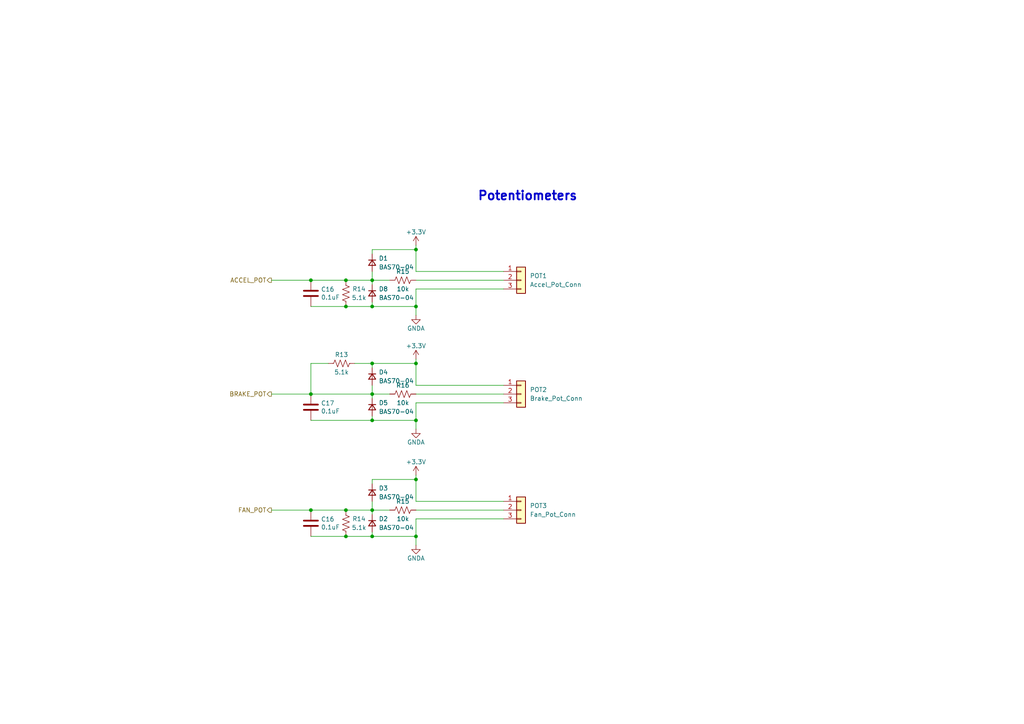
<source format=kicad_sch>
(kicad_sch (version 20230121) (generator eeschema)
  (paper "A4")
  (lib_symbols
    (symbol "Connector_Generic:Conn_01x03" (pin_names (offset 1.016) hide)
      (property "Reference" "J" (at 0 5.08 0))
      (property "Value" "Conn_01x03" (at 0 -5.08 0))
      (symbol "Conn_01x03_1_1"
        (rectangle (start -1.27 -2.413) (end 0 -2.667) (stroke (width 0.1524)))
        (rectangle (start -1.27 0.127) (end 0 -0.127) (stroke (width 0.1524)))
        (rectangle (start -1.27 2.667) (end 0 2.413) (stroke (width 0.1524)))
        (rectangle (start -1.27 3.81) (end 1.27 -3.81) (stroke (width 0.254)) (fill (type background)))
        (pin passive line (at -5.08 2.54 0) (length 3.81) (name "Pin_1") (number "1"))
        (pin passive line (at -5.08 0 0) (length 3.81) (name "Pin_2") (number "2"))
        (pin passive line (at -5.08 -2.54 0) (length 3.81) (name "Pin_3") (number "3"))
      )
    )
    (symbol "Device:C" (pin_numbers hide) (pin_names (offset 0.254))
      (property "Reference" "C" (at 0.635 2.54 0))
      (property "Value" "C" (at 0.635 -2.54 0))
      (symbol "C_0_1"
        (polyline (pts (xy -2.032 -0.762) (xy 2.032 -0.762)) (stroke (width 0.508)))
        (polyline (pts (xy -2.032 0.762) (xy 2.032 0.762)) (stroke (width 0.508)))
      )
      (symbol "C_1_1"
        (pin passive line (at 0 3.81 270) (length 2.794) (name "~") (number "1"))
        (pin passive line (at 0 -3.81 90) (length 2.794) (name "~") (number "2"))
      )
    )
    (symbol "Device:D_Small" (pin_numbers hide) (pin_names (offset 0.254) hide)
      (property "Reference" "D" (at -1.27 2.032 0))
      (property "Value" "D_Small" (at -3.81 -2.032 0))
      (symbol "D_Small_0_1"
        (polyline (pts (xy -0.762 -1.016) (xy -0.762 1.016)) (stroke (width 0.254)))
        (polyline (pts (xy -0.762 0) (xy 0.762 0)))
        (polyline (pts (xy 0.762 -1.016) (xy -0.762 0) (xy 0.762 1.016) (xy 0.762 -1.016)) (stroke (width 0.254)))
      )
      (symbol "D_Small_1_1"
        (pin passive line (at -2.54 0 0) (length 1.778) (name "K") (number "1"))
        (pin passive line (at 2.54 0 180) (length 1.778) (name "A") (number "2"))
      )
    )
    (symbol "Device:R_US" (pin_numbers hide) (pin_names (offset 0))
      (property "Reference" "R" (at 2.54 0 90))
      (property "Value" "R_US" (at -2.54 0 90))
      (symbol "R_US_0_1"
        (polyline (pts (xy 0 -2.286) (xy 0 -2.54)))
        (polyline (pts (xy 0 2.286) (xy 0 2.54)))
        (polyline (pts (xy 0 -0.762) (xy 1.016 -1.143) (xy 0 -1.524) (xy -1.016 -1.905) (xy 0 -2.286)))
        (polyline (pts (xy 0 0.762) (xy 1.016 0.381) (xy 0 0) (xy -1.016 -0.381) (xy 0 -0.762)))
        (polyline (pts (xy 0 2.286) (xy 1.016 1.905) (xy 0 1.524) (xy -1.016 1.143) (xy 0 0.762)))
      )
      (symbol "R_US_1_1"
        (pin passive line (at 0 3.81 270) (length 1.27) (name "~") (number "1"))
        (pin passive line (at 0 -3.81 90) (length 1.27) (name "~") (number "2"))
      )
    )
    (symbol "GNDA_1" (power) (pin_names (offset 0))
      (property "Value" "GNDA_1" (at 0 -3.81 0))
      (symbol "GNDA_1_0_1"
        (polyline (pts (xy 0 0) (xy 0 -1.27) (xy 1.27 -1.27) (xy 0 -2.54) (xy -1.27 -1.27) (xy 0 -1.27)))
      )
      (symbol "GNDA_1_1_1"
        (pin power_in line (at 0 0 270) (length 0) hide (name "GNDA") (number "1"))
      )
    )
    (symbol "power:+3.3V" (power) (pin_names (offset 0))
      (property "Value" "+3.3V" (at 0 3.556 0))
      (symbol "+3.3V_0_1"
        (polyline (pts (xy -0.762 1.27) (xy 0 2.54)))
        (polyline (pts (xy 0 0) (xy 0 2.54)))
        (polyline (pts (xy 0 2.54) (xy 0.762 1.27)))
      )
      (symbol "+3.3V_1_1"
        (pin power_in line (at 0 0 90) (length 0) hide (name "+3.3V") (number "1"))
      )
    )
  )
  (junction (at 107.95 81.28))
  (junction (at 90.17 81.28))
  (junction (at 107.95 114.3))
  (junction (at 90.17 114.3))
  (junction (at 90.17 147.955))
  (junction (at 107.95 105.41))
  (junction (at 120.65 105.41))
  (junction (at 100.33 88.9))
  (junction (at 107.95 155.575))
  (junction (at 120.65 155.575))
  (junction (at 120.65 88.9))
  (junction (at 120.65 121.92))
  (junction (at 107.95 147.955))
  (junction (at 100.33 147.955))
  (junction (at 100.33 81.28))
  (junction (at 100.33 155.575))
  (junction (at 120.65 72.39))
  (junction (at 107.95 88.9))
  (junction (at 107.95 121.92))
  (junction (at 120.65 139.065))
  (wire (pts (xy 90.17 81.28) (xy 100.33 81.28)))
  (wire (pts (xy 120.65 72.39) (xy 120.65 78.74)))
  (wire (pts (xy 90.17 105.41) (xy 90.17 114.3)))
  (wire (pts (xy 120.65 137.795) (xy 120.65 139.065)))
  (wire (pts (xy 120.65 145.415) (xy 146.05 145.415)))
  (wire (pts (xy 90.17 114.3) (xy 107.95 114.3)))
  (wire (pts (xy 120.65 139.065) (xy 120.65 145.415)))
  (wire (pts (xy 78.74 81.28) (xy 90.17 81.28)))
  (wire (pts (xy 107.95 87.63) (xy 107.95 88.9)))
  (wire (pts (xy 102.87 105.41) (xy 107.95 105.41)))
  (wire (pts (xy 107.95 147.955) (xy 113.03 147.955)))
  (wire (pts (xy 107.95 139.065) (xy 120.65 139.065)))
  (wire (pts (xy 95.25 105.41) (xy 90.17 105.41)))
  (wire (pts (xy 120.65 83.82) (xy 146.05 83.82)))
  (wire (pts (xy 90.17 121.92) (xy 107.95 121.92)))
  (wire (pts (xy 120.65 83.82) (xy 120.65 88.9)))
  (wire (pts (xy 107.95 82.55) (xy 107.95 81.28)))
  (wire (pts (xy 120.65 150.495) (xy 146.05 150.495)))
  (wire (pts (xy 90.17 88.9) (xy 100.33 88.9)))
  (wire (pts (xy 120.65 150.495) (xy 120.65 155.575)))
  (wire (pts (xy 120.65 78.74) (xy 146.05 78.74)))
  (wire (pts (xy 120.65 81.28) (xy 146.05 81.28)))
  (wire (pts (xy 107.95 121.92) (xy 120.65 121.92)))
  (wire (pts (xy 107.95 88.9) (xy 120.65 88.9)))
  (wire (pts (xy 100.33 147.955) (xy 107.95 147.955)))
  (wire (pts (xy 107.95 72.39) (xy 120.65 72.39)))
  (wire (pts (xy 107.95 106.68) (xy 107.95 105.41)))
  (wire (pts (xy 107.95 155.575) (xy 120.65 155.575)))
  (wire (pts (xy 107.95 120.65) (xy 107.95 121.92)))
  (wire (pts (xy 107.95 105.41) (xy 120.65 105.41)))
  (wire (pts (xy 120.65 158.115) (xy 120.65 155.575)))
  (wire (pts (xy 107.95 154.305) (xy 107.95 155.575)))
  (wire (pts (xy 107.95 115.57) (xy 107.95 114.3)))
  (wire (pts (xy 78.74 114.3) (xy 90.17 114.3)))
  (wire (pts (xy 120.65 104.14) (xy 120.65 105.41)))
  (wire (pts (xy 120.65 111.76) (xy 146.05 111.76)))
  (wire (pts (xy 120.65 116.84) (xy 146.05 116.84)))
  (wire (pts (xy 107.95 111.76) (xy 107.95 114.3)))
  (wire (pts (xy 100.33 81.28) (xy 107.95 81.28)))
  (wire (pts (xy 120.65 116.84) (xy 120.65 121.92)))
  (wire (pts (xy 78.74 147.955) (xy 90.17 147.955)))
  (wire (pts (xy 107.95 78.74) (xy 107.95 81.28)))
  (wire (pts (xy 107.95 114.3) (xy 113.03 114.3)))
  (wire (pts (xy 120.65 91.44) (xy 120.65 88.9)))
  (wire (pts (xy 107.95 149.225) (xy 107.95 147.955)))
  (wire (pts (xy 90.17 155.575) (xy 100.33 155.575)))
  (wire (pts (xy 107.95 73.66) (xy 107.95 72.39)))
  (wire (pts (xy 120.65 124.46) (xy 120.65 121.92)))
  (wire (pts (xy 120.65 71.12) (xy 120.65 72.39)))
  (wire (pts (xy 90.17 147.955) (xy 100.33 147.955)))
  (wire (pts (xy 120.65 147.955) (xy 146.05 147.955)))
  (wire (pts (xy 120.65 105.41) (xy 120.65 111.76)))
  (wire (pts (xy 107.95 145.415) (xy 107.95 147.955)))
  (wire (pts (xy 100.33 155.575) (xy 107.95 155.575)))
  (wire (pts (xy 107.95 81.28) (xy 113.03 81.28)))
  (wire (pts (xy 107.95 140.335) (xy 107.95 139.065)))
  (wire (pts (xy 120.65 114.3) (xy 146.05 114.3)))
  (wire (pts (xy 100.33 88.9) (xy 107.95 88.9)))
  (text "Potentiometers" (at 138.43 58.42 0) (effects (font (size 2.54 2.54) (thickness 0.508) bold) (justify left bottom)))
  (hierarchical_label "ACCEL_POT" (shape output) (at 78.74 81.28 180))
  (hierarchical_label "BRAKE_POT" (shape output) (at 78.74 114.3 180))
  (hierarchical_label "FAN_POT" (shape output) (at 78.74 147.955 180))
  (symbol (lib_id "Device:D_Small") (at 107.95 151.765 270) (unit 1)
    (property "Reference" "D2" (at 109.855 150.495 90) (effects (justify left)))
    (property "Value" "BAS70-04" (at 109.855 153.035 90) (effects (justify left)))
    (property "Footprint" "Diode_SMD:D_SOD-323_HandSoldering" (effects hide))
    (property "Datasheet" "https://www.mouser.com/datasheet/2/308/1/NSR0320MW2T1_D-2318137.pdf" (effects hide))
    (property "Mauser PN" "863-NSVR0320MW2T1G" (effects hide))
    (property "PN" "NSVR0320MW2T1G" (effects hide))
  )
  (symbol (lib_id "Device:R_US") (at 99.06 105.41 270) (unit 1)
    (property "Reference" "R13" (at 99.06 102.87 90))
    (property "Value" "5.1k" (at 99.06 107.95 90))
    (property "Footprint" "Resistor_SMD:R_0805_2012Metric" (effects hide))
    (property "Mouser Part Number" "71-CRCW080510K0FKEAC " (effects hide))
    (instances (project "Dashboard" (path "" (reference "R13") (unit 1))) (project "Controls-DaughterPCB" (path "" (reference "R5") (unit 1))))
  )
  (symbol (lib_id "Device:C") (at 90.17 151.765 0) (unit 1)
    (property "Reference" "C16" (at 93.091 150.5966 0) (effects (justify left)))
    (property "Value" "0.1uF" (at 93.091 152.908 0) (effects (justify left)))
    (property "Footprint" "Capacitor_SMD:C_0805_2012Metric" (effects hide))
    (property "Mouser Part Number" "80-C0805C104K3R " (effects hide))
    (instances (project "Dashboard" (path "" (reference "C16") (unit 1))) (project "Controls-DaughterPCB" (path "" (reference "C3") (unit 1))))
  )
  (symbol (lib_name "GNDA_1") (lib_id "power:GNDA") (at 120.65 91.44 0) (unit 1)
    (property "Reference" "#PWR051" (effects hide))
    (property "Value" "GNDA" (at 120.65 95.25 0))
  )
  (symbol (lib_id "Connector_Generic:Conn_01x03") (at 151.13 81.28 0) (unit 1)
    (property "Reference" "POT1" (at 153.67 80.01 0) (effects (justify left)))
    (property "Value" "Accel_Pot_Conn" (at 153.67 82.55 0) (effects (justify left)))
    (property "Footprint" "Connector_Molex:Molex_Micro-Fit_3.0_43650-0315_1x03_P3.00mm_Vertical" (effects hide))
    (property "Datasheet" "https://www.molex.com/en-us/products/part-detail/0436500315?display=pdf" (effects hide))
    (property "Mouser Part Number" "538-43650-0315" (effects hide))
    (property "P/N" "43650-0315" (effects hide))
  )
  (symbol (lib_id "Connector_Generic:Conn_01x03") (at 151.13 114.3 0) (unit 1)
    (property "Reference" "POT2" (at 153.67 113.03 0) (effects (justify left)))
    (property "Value" "Brake_Pot_Conn" (at 153.67 115.57 0) (effects (justify left)))
    (property "Footprint" "Connector_Molex:Molex_Micro-Fit_3.0_43650-0315_1x03_P3.00mm_Vertical" (effects hide))
    (property "Datasheet" "https://www.molex.com/en-us/products/part-detail/0436500315?display=pdf" (effects hide))
    (property "Mouser Part Number" "538-43650-0315" (effects hide))
    (property "P/N" "43650-0315" (effects hide))
  )
  (symbol (lib_id "Device:D_Small") (at 107.95 142.875 270) (unit 1)
    (property "Reference" "D3" (at 109.855 141.605 90) (effects (justify left)))
    (property "Value" "BAS70-04" (at 109.855 144.145 90) (effects (justify left)))
    (property "Footprint" "Diode_SMD:D_SOD-323_HandSoldering" (effects hide))
    (property "Datasheet" "https://www.mouser.com/datasheet/2/308/1/NSR0320MW2T1_D-2318137.pdf" (effects hide))
    (property "Mauser PN" "863-NSVR0320MW2T1G" (effects hide))
    (property "PN" "NSVR0320MW2T1G" (effects hide))
  )
  (symbol (lib_id "Connector_Generic:Conn_01x03") (at 151.13 147.955 0) (unit 1)
    (property "Reference" "POT3" (at 153.67 146.685 0) (effects (justify left)))
    (property "Value" "Fan_Pot_Conn" (at 153.67 149.225 0) (effects (justify left)))
    (property "Footprint" "Connector_Molex:Molex_Micro-Fit_3.0_43650-0315_1x03_P3.00mm_Vertical" (effects hide))
    (property "Datasheet" "https://www.molex.com/en-us/products/part-detail/0436500315?display=pdf" (effects hide))
    (property "Mouser Part Number" "538-43650-0315" (effects hide))
    (property "P/N" "43650-0315" (effects hide))
  )
  (symbol (lib_id "power:+3.3V") (at 120.65 104.14 0) (unit 1)
    (property "Reference" "#PWR041" (effects hide))
    (property "Value" "+3.3V" (at 120.65 100.33 0))
  )
  (symbol (lib_id "Device:D_Small") (at 107.95 85.09 270) (unit 1)
    (property "Reference" "D8" (at 109.855 83.82 90) (effects (justify left)))
    (property "Value" "BAS70-04" (at 109.855 86.36 90) (effects (justify left)))
    (property "Footprint" "Diode_SMD:D_SOD-323_HandSoldering" (effects hide))
    (property "Datasheet" "https://www.mouser.com/datasheet/2/308/1/NSR0320MW2T1_D-2318137.pdf" (effects hide))
    (property "Mauser PN" "863-NSVR0320MW2T1G" (effects hide))
    (property "PN" "NSVR0320MW2T1G" (effects hide))
  )
  (symbol (lib_id "Device:D_Small") (at 107.95 118.11 270) (unit 1)
    (property "Reference" "D5" (at 109.855 116.84 90) (effects (justify left)))
    (property "Value" "BAS70-04" (at 109.855 119.38 90) (effects (justify left)))
    (property "Footprint" "Diode_SMD:D_SOD-323_HandSoldering" (effects hide))
    (property "Datasheet" "https://www.mouser.com/datasheet/2/308/1/NSR0320MW2T1_D-2318137.pdf" (effects hide))
    (property "Mauser PN" "863-NSVR0320MW2T1G" (effects hide))
    (property "PN" "NSVR0320MW2T1G" (effects hide))
  )
  (symbol (lib_id "Device:R_US") (at 116.84 114.3 270) (unit 1)
    (property "Reference" "R16" (at 116.84 111.76 90))
    (property "Value" "10k" (at 116.84 116.84 90))
    (property "Footprint" "Resistor_SMD:R_0805_2012Metric" (effects hide))
    (property "Mouser Part Number" "71-CRCW080510K0FKEAC " (effects hide))
    (instances (project "Dashboard" (path "" (reference "R16") (unit 1))) (project "Controls-DaughterPCB" (path "" (reference "R13") (unit 1))))
  )
  (symbol (lib_id "power:+3.3V") (at 120.65 137.795 0) (unit 1)
    (property "Reference" "#PWR047" (effects hide))
    (property "Value" "+3.3V" (at 120.65 133.985 0))
  )
  (symbol (lib_id "Device:R_US") (at 116.84 81.28 270) (unit 1)
    (property "Reference" "R15" (at 116.84 78.74 90))
    (property "Value" "10k" (at 116.84 83.82 90))
    (property "Footprint" "Resistor_SMD:R_0805_2012Metric" (effects hide))
    (property "Mouser Part Number" "71-CRCW080510K0FKEAC " (effects hide))
    (instances (project "Dashboard" (path "" (reference "R15") (unit 1))) (project "Controls-DaughterPCB" (path "" (reference "R9") (unit 1))))
  )
  (symbol (lib_id "Device:R_US") (at 100.33 151.765 0) (unit 1)
    (property "Reference" "R14" (at 104.14 150.495 0))
    (property "Value" "5.1k" (at 104.14 153.035 0))
    (property "Footprint" "Resistor_SMD:R_0805_2012Metric" (effects hide))
    (property "Mouser Part Number" "71-CRCW080510K0FKEAC " (effects hide))
    (instances (project "Dashboard" (path "" (reference "R14") (unit 1))) (project "Controls-DaughterPCB" (path "" (reference "R1") (unit 1))))
  )
  (symbol (lib_id "Device:C") (at 90.17 118.11 0) (unit 1)
    (property "Reference" "C17" (at 93.091 116.9416 0) (effects (justify left)))
    (property "Value" "0.1uF" (at 93.091 119.253 0) (effects (justify left)))
    (property "Footprint" "Capacitor_SMD:C_0805_2012Metric" (effects hide))
    (property "Mouser Part Number" "80-C0805C104K3R " (effects hide))
    (instances (project "Dashboard" (path "" (reference "C17") (unit 1))) (project "Controls-DaughterPCB" (path "" (reference "C2") (unit 1))))
  )
  (symbol (lib_name "GNDA_1") (lib_id "power:GNDA") (at 120.65 124.46 0) (unit 1)
    (property "Reference" "#PWR040" (effects hide))
    (property "Value" "GNDA" (at 120.65 128.27 0))
  )
  (symbol (lib_id "Device:D_Small") (at 107.95 76.2 270) (unit 1)
    (property "Reference" "D1" (at 109.855 74.93 90) (effects (justify left)))
    (property "Value" "BAS70-04" (at 109.855 77.47 90) (effects (justify left)))
    (property "Footprint" "Diode_SMD:D_SOD-323_HandSoldering" (effects hide))
    (property "Datasheet" "https://www.mouser.com/datasheet/2/308/1/NSR0320MW2T1_D-2318137.pdf" (effects hide))
    (property "Mauser PN" "863-NSVR0320MW2T1G" (effects hide))
    (property "PN" "NSVR0320MW2T1G" (effects hide))
  )
  (symbol (lib_id "Device:R_US") (at 100.33 85.09 0) (unit 1)
    (property "Reference" "R14" (at 104.14 83.82 0))
    (property "Value" "5.1k" (at 104.14 86.36 0))
    (property "Footprint" "Resistor_SMD:R_0805_2012Metric" (effects hide))
    (property "Mouser Part Number" "71-CRCW080510K0FKEAC " (effects hide))
    (instances (project "Dashboard" (path "" (reference "R14") (unit 1))) (project "Controls-DaughterPCB" (path "" (reference "R7") (unit 1))))
  )
  (symbol (lib_id "Device:R_US") (at 116.84 147.955 270) (unit 1)
    (property "Reference" "R15" (at 116.84 145.415 90))
    (property "Value" "10k" (at 116.84 150.495 90))
    (property "Footprint" "Resistor_SMD:R_0805_2012Metric" (effects hide))
    (property "Mouser Part Number" "71-CRCW080510K0FKEAC " (effects hide))
    (instances (project "Dashboard" (path "" (reference "R15") (unit 1))) (project "Controls-DaughterPCB" (path "" (reference "R2") (unit 1))))
  )
  (symbol (lib_id "Device:C") (at 90.17 85.09 0) (unit 1)
    (property "Reference" "C16" (at 93.091 83.9216 0) (effects (justify left)))
    (property "Value" "0.1uF" (at 93.091 86.233 0) (effects (justify left)))
    (property "Footprint" "Capacitor_SMD:C_0805_2012Metric" (effects hide))
    (property "Mouser Part Number" "80-C0805C104K3R " (effects hide))
    (instances (project "Dashboard" (path "" (reference "C16") (unit 1))) (project "Controls-DaughterPCB" (path "" (reference "C1") (unit 1))))
  )
  (symbol (lib_name "GNDA_1") (lib_id "power:GNDA") (at 120.65 158.115 0) (unit 1)
    (property "Reference" "#PWR042" (effects hide))
    (property "Value" "GNDA" (at 120.65 161.925 0))
  )
  (symbol (lib_id "Device:D_Small") (at 107.95 109.22 270) (unit 1)
    (property "Reference" "D4" (at 109.855 107.95 90) (effects (justify left)))
    (property "Value" "BAS70-04" (at 109.855 110.49 90) (effects (justify left)))
    (property "Footprint" "Diode_SMD:D_SOD-323_HandSoldering" (effects hide))
    (property "Datasheet" "https://www.mouser.com/datasheet/2/308/1/NSR0320MW2T1_D-2318137.pdf" (effects hide))
    (property "Mauser PN" "863-NSVR0320MW2T1G" (effects hide))
    (property "PN" "NSVR0320MW2T1G" (effects hide))
  )
  (symbol (lib_id "power:+3.3V") (at 120.65 71.12 0) (unit 1)
    (property "Reference" "#PWR014" (effects hide))
    (property "Value" "+3.3V" (at 120.65 67.31 0))
  )
)
</source>
